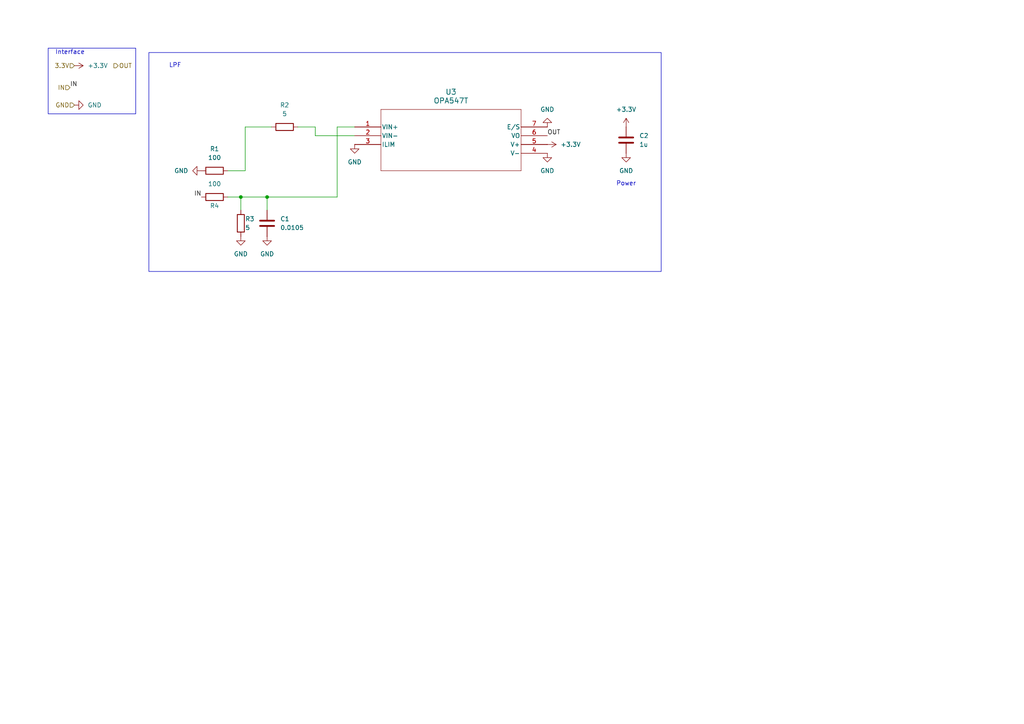
<source format=kicad_sch>
(kicad_sch
	(version 20250114)
	(generator "eeschema")
	(generator_version "9.0")
	(uuid "52466637-41a9-4456-8b22-2cd63a94f00d")
	(paper "A4")
	(title_block
		(title "Lecture_Tutorial")
		(date "2025-02-20")
		(rev "R0")
		(company "AbdullahZafar")
	)
	(lib_symbols
		(symbol "2025-02-25_02-40-25:OPA547T"
			(pin_names
				(offset 0.254)
			)
			(exclude_from_sim no)
			(in_bom yes)
			(on_board yes)
			(property "Reference" "U"
				(at 27.94 10.16 0)
				(effects
					(font
						(size 1.524 1.524)
					)
				)
			)
			(property "Value" "OPA547T"
				(at 27.94 7.62 0)
				(effects
					(font
						(size 1.524 1.524)
					)
				)
			)
			(property "Footprint" "KVT7"
				(at 0 0 0)
				(effects
					(font
						(size 1.27 1.27)
						(italic yes)
					)
					(hide yes)
				)
			)
			(property "Datasheet" "OPA547T"
				(at 0 0 0)
				(effects
					(font
						(size 1.27 1.27)
						(italic yes)
					)
					(hide yes)
				)
			)
			(property "Description" ""
				(at 0 0 0)
				(effects
					(font
						(size 1.27 1.27)
					)
					(hide yes)
				)
			)
			(property "ki_locked" ""
				(at 0 0 0)
				(effects
					(font
						(size 1.27 1.27)
					)
				)
			)
			(property "ki_keywords" "OPA547T"
				(at 0 0 0)
				(effects
					(font
						(size 1.27 1.27)
					)
					(hide yes)
				)
			)
			(property "ki_fp_filters" "KVT7"
				(at 0 0 0)
				(effects
					(font
						(size 1.27 1.27)
					)
					(hide yes)
				)
			)
			(symbol "OPA547T_0_1"
				(polyline
					(pts
						(xy 7.62 5.08) (xy 7.62 -12.7)
					)
					(stroke
						(width 0.127)
						(type default)
					)
					(fill
						(type none)
					)
				)
				(polyline
					(pts
						(xy 7.62 -12.7) (xy 48.26 -12.7)
					)
					(stroke
						(width 0.127)
						(type default)
					)
					(fill
						(type none)
					)
				)
				(polyline
					(pts
						(xy 48.26 5.08) (xy 7.62 5.08)
					)
					(stroke
						(width 0.127)
						(type default)
					)
					(fill
						(type none)
					)
				)
				(polyline
					(pts
						(xy 48.26 -12.7) (xy 48.26 5.08)
					)
					(stroke
						(width 0.127)
						(type default)
					)
					(fill
						(type none)
					)
				)
				(pin input line
					(at 0 0 0)
					(length 7.62)
					(name "VIN+"
						(effects
							(font
								(size 1.27 1.27)
							)
						)
					)
					(number "1"
						(effects
							(font
								(size 1.27 1.27)
							)
						)
					)
				)
				(pin input line
					(at 0 -2.54 0)
					(length 7.62)
					(name "VIN-"
						(effects
							(font
								(size 1.27 1.27)
							)
						)
					)
					(number "2"
						(effects
							(font
								(size 1.27 1.27)
							)
						)
					)
				)
				(pin unspecified line
					(at 0 -5.08 0)
					(length 7.62)
					(name "ILIM"
						(effects
							(font
								(size 1.27 1.27)
							)
						)
					)
					(number "3"
						(effects
							(font
								(size 1.27 1.27)
							)
						)
					)
				)
				(pin unspecified line
					(at 55.88 0 180)
					(length 7.62)
					(name "E/S"
						(effects
							(font
								(size 1.27 1.27)
							)
						)
					)
					(number "7"
						(effects
							(font
								(size 1.27 1.27)
							)
						)
					)
				)
				(pin output line
					(at 55.88 -2.54 180)
					(length 7.62)
					(name "VO"
						(effects
							(font
								(size 1.27 1.27)
							)
						)
					)
					(number "6"
						(effects
							(font
								(size 1.27 1.27)
							)
						)
					)
				)
				(pin power_in line
					(at 55.88 -5.08 180)
					(length 7.62)
					(name "V+"
						(effects
							(font
								(size 1.27 1.27)
							)
						)
					)
					(number "5"
						(effects
							(font
								(size 1.27 1.27)
							)
						)
					)
				)
				(pin power_in line
					(at 55.88 -7.62 180)
					(length 7.62)
					(name "V-"
						(effects
							(font
								(size 1.27 1.27)
							)
						)
					)
					(number "4"
						(effects
							(font
								(size 1.27 1.27)
							)
						)
					)
				)
			)
			(embedded_fonts no)
		)
		(symbol "Device:C"
			(pin_numbers
				(hide yes)
			)
			(pin_names
				(offset 0.254)
			)
			(exclude_from_sim no)
			(in_bom yes)
			(on_board yes)
			(property "Reference" "C"
				(at 0.635 2.54 0)
				(effects
					(font
						(size 1.27 1.27)
					)
					(justify left)
				)
			)
			(property "Value" "C"
				(at 0.635 -2.54 0)
				(effects
					(font
						(size 1.27 1.27)
					)
					(justify left)
				)
			)
			(property "Footprint" ""
				(at 0.9652 -3.81 0)
				(effects
					(font
						(size 1.27 1.27)
					)
					(hide yes)
				)
			)
			(property "Datasheet" "~"
				(at 0 0 0)
				(effects
					(font
						(size 1.27 1.27)
					)
					(hide yes)
				)
			)
			(property "Description" "Unpolarized capacitor"
				(at 0 0 0)
				(effects
					(font
						(size 1.27 1.27)
					)
					(hide yes)
				)
			)
			(property "ki_keywords" "cap capacitor"
				(at 0 0 0)
				(effects
					(font
						(size 1.27 1.27)
					)
					(hide yes)
				)
			)
			(property "ki_fp_filters" "C_*"
				(at 0 0 0)
				(effects
					(font
						(size 1.27 1.27)
					)
					(hide yes)
				)
			)
			(symbol "C_0_1"
				(polyline
					(pts
						(xy -2.032 0.762) (xy 2.032 0.762)
					)
					(stroke
						(width 0.508)
						(type default)
					)
					(fill
						(type none)
					)
				)
				(polyline
					(pts
						(xy -2.032 -0.762) (xy 2.032 -0.762)
					)
					(stroke
						(width 0.508)
						(type default)
					)
					(fill
						(type none)
					)
				)
			)
			(symbol "C_1_1"
				(pin passive line
					(at 0 3.81 270)
					(length 2.794)
					(name "~"
						(effects
							(font
								(size 1.27 1.27)
							)
						)
					)
					(number "1"
						(effects
							(font
								(size 1.27 1.27)
							)
						)
					)
				)
				(pin passive line
					(at 0 -3.81 90)
					(length 2.794)
					(name "~"
						(effects
							(font
								(size 1.27 1.27)
							)
						)
					)
					(number "2"
						(effects
							(font
								(size 1.27 1.27)
							)
						)
					)
				)
			)
			(embedded_fonts no)
		)
		(symbol "Device:R"
			(pin_numbers
				(hide yes)
			)
			(pin_names
				(offset 0)
			)
			(exclude_from_sim no)
			(in_bom yes)
			(on_board yes)
			(property "Reference" "R"
				(at 2.032 0 90)
				(effects
					(font
						(size 1.27 1.27)
					)
				)
			)
			(property "Value" "R"
				(at 0 0 90)
				(effects
					(font
						(size 1.27 1.27)
					)
				)
			)
			(property "Footprint" ""
				(at -1.778 0 90)
				(effects
					(font
						(size 1.27 1.27)
					)
					(hide yes)
				)
			)
			(property "Datasheet" "~"
				(at 0 0 0)
				(effects
					(font
						(size 1.27 1.27)
					)
					(hide yes)
				)
			)
			(property "Description" "Resistor"
				(at 0 0 0)
				(effects
					(font
						(size 1.27 1.27)
					)
					(hide yes)
				)
			)
			(property "ki_keywords" "R res resistor"
				(at 0 0 0)
				(effects
					(font
						(size 1.27 1.27)
					)
					(hide yes)
				)
			)
			(property "ki_fp_filters" "R_*"
				(at 0 0 0)
				(effects
					(font
						(size 1.27 1.27)
					)
					(hide yes)
				)
			)
			(symbol "R_0_1"
				(rectangle
					(start -1.016 -2.54)
					(end 1.016 2.54)
					(stroke
						(width 0.254)
						(type default)
					)
					(fill
						(type none)
					)
				)
			)
			(symbol "R_1_1"
				(pin passive line
					(at 0 3.81 270)
					(length 1.27)
					(name "~"
						(effects
							(font
								(size 1.27 1.27)
							)
						)
					)
					(number "1"
						(effects
							(font
								(size 1.27 1.27)
							)
						)
					)
				)
				(pin passive line
					(at 0 -3.81 90)
					(length 1.27)
					(name "~"
						(effects
							(font
								(size 1.27 1.27)
							)
						)
					)
					(number "2"
						(effects
							(font
								(size 1.27 1.27)
							)
						)
					)
				)
			)
			(embedded_fonts no)
		)
		(symbol "power:+3.3V"
			(power)
			(pin_numbers
				(hide yes)
			)
			(pin_names
				(offset 0)
				(hide yes)
			)
			(exclude_from_sim no)
			(in_bom yes)
			(on_board yes)
			(property "Reference" "#PWR"
				(at 0 -3.81 0)
				(effects
					(font
						(size 1.27 1.27)
					)
					(hide yes)
				)
			)
			(property "Value" "+3.3V"
				(at 0 3.556 0)
				(effects
					(font
						(size 1.27 1.27)
					)
				)
			)
			(property "Footprint" ""
				(at 0 0 0)
				(effects
					(font
						(size 1.27 1.27)
					)
					(hide yes)
				)
			)
			(property "Datasheet" ""
				(at 0 0 0)
				(effects
					(font
						(size 1.27 1.27)
					)
					(hide yes)
				)
			)
			(property "Description" "Power symbol creates a global label with name \"+3.3V\""
				(at 0 0 0)
				(effects
					(font
						(size 1.27 1.27)
					)
					(hide yes)
				)
			)
			(property "ki_keywords" "global power"
				(at 0 0 0)
				(effects
					(font
						(size 1.27 1.27)
					)
					(hide yes)
				)
			)
			(symbol "+3.3V_0_1"
				(polyline
					(pts
						(xy -0.762 1.27) (xy 0 2.54)
					)
					(stroke
						(width 0)
						(type default)
					)
					(fill
						(type none)
					)
				)
				(polyline
					(pts
						(xy 0 2.54) (xy 0.762 1.27)
					)
					(stroke
						(width 0)
						(type default)
					)
					(fill
						(type none)
					)
				)
				(polyline
					(pts
						(xy 0 0) (xy 0 2.54)
					)
					(stroke
						(width 0)
						(type default)
					)
					(fill
						(type none)
					)
				)
			)
			(symbol "+3.3V_1_1"
				(pin power_in line
					(at 0 0 90)
					(length 0)
					(name "~"
						(effects
							(font
								(size 1.27 1.27)
							)
						)
					)
					(number "1"
						(effects
							(font
								(size 1.27 1.27)
							)
						)
					)
				)
			)
			(embedded_fonts no)
		)
		(symbol "power:GND"
			(power)
			(pin_numbers
				(hide yes)
			)
			(pin_names
				(offset 0)
				(hide yes)
			)
			(exclude_from_sim no)
			(in_bom yes)
			(on_board yes)
			(property "Reference" "#PWR"
				(at 0 -6.35 0)
				(effects
					(font
						(size 1.27 1.27)
					)
					(hide yes)
				)
			)
			(property "Value" "GND"
				(at 0 -3.81 0)
				(effects
					(font
						(size 1.27 1.27)
					)
				)
			)
			(property "Footprint" ""
				(at 0 0 0)
				(effects
					(font
						(size 1.27 1.27)
					)
					(hide yes)
				)
			)
			(property "Datasheet" ""
				(at 0 0 0)
				(effects
					(font
						(size 1.27 1.27)
					)
					(hide yes)
				)
			)
			(property "Description" "Power symbol creates a global label with name \"GND\" , ground"
				(at 0 0 0)
				(effects
					(font
						(size 1.27 1.27)
					)
					(hide yes)
				)
			)
			(property "ki_keywords" "global power"
				(at 0 0 0)
				(effects
					(font
						(size 1.27 1.27)
					)
					(hide yes)
				)
			)
			(symbol "GND_0_1"
				(polyline
					(pts
						(xy 0 0) (xy 0 -1.27) (xy 1.27 -1.27) (xy 0 -2.54) (xy -1.27 -1.27) (xy 0 -1.27)
					)
					(stroke
						(width 0)
						(type default)
					)
					(fill
						(type none)
					)
				)
			)
			(symbol "GND_1_1"
				(pin power_in line
					(at 0 0 270)
					(length 0)
					(name "~"
						(effects
							(font
								(size 1.27 1.27)
							)
						)
					)
					(number "1"
						(effects
							(font
								(size 1.27 1.27)
							)
						)
					)
				)
			)
			(embedded_fonts no)
		)
	)
	(rectangle
		(start 13.97 13.97)
		(end 39.37 33.02)
		(stroke
			(width 0)
			(type default)
		)
		(fill
			(type none)
		)
		(uuid f8edf466-84c7-4376-9b07-4eab402ed76c)
	)
	(rectangle
		(start 43.18 15.24)
		(end 191.77 78.74)
		(stroke
			(width 0)
			(type default)
		)
		(fill
			(type none)
		)
		(uuid fe1a74b5-d6d1-4bd7-89b1-c6cd50b7b17f)
	)
	(text "Interface\n"
		(exclude_from_sim no)
		(at 20.32 15.24 0)
		(effects
			(font
				(size 1.27 1.27)
			)
		)
		(uuid "3cfb8610-cf46-4c5c-aa38-d578fee23b1b")
	)
	(text "Power\n"
		(exclude_from_sim no)
		(at 181.61 53.34 0)
		(effects
			(font
				(size 1.27 1.27)
			)
		)
		(uuid "6e3ef2a2-e9b8-4228-bad9-9d58c8a0c83c")
	)
	(text "LPF\n"
		(exclude_from_sim no)
		(at 50.8 19.05 0)
		(effects
			(font
				(size 1.27 1.27)
			)
		)
		(uuid "7342af48-ddff-42bc-a9d7-3573538cc134")
	)
	(junction
		(at 77.47 57.15)
		(diameter 0)
		(color 0 0 0 0)
		(uuid "411d4fba-d8d7-4c7a-b1f2-374b92bcb00d")
	)
	(junction
		(at 69.85 57.15)
		(diameter 0)
		(color 0 0 0 0)
		(uuid "e5fc8170-371f-4b1e-ad4b-9e9397bb1305")
	)
	(wire
		(pts
			(xy 77.47 57.15) (xy 77.47 60.96)
		)
		(stroke
			(width 0)
			(type default)
		)
		(uuid "2ee35990-4377-4d5a-a06a-4a7300cf0eae")
	)
	(wire
		(pts
			(xy 69.85 57.15) (xy 77.47 57.15)
		)
		(stroke
			(width 0)
			(type default)
		)
		(uuid "37d2e9bd-3e3f-4ce6-8279-4f2b5c75b396")
	)
	(wire
		(pts
			(xy 77.47 57.15) (xy 97.79 57.15)
		)
		(stroke
			(width 0)
			(type default)
		)
		(uuid "4154e578-a0af-4de3-a762-a20c4804a697")
	)
	(wire
		(pts
			(xy 97.79 57.15) (xy 97.79 36.83)
		)
		(stroke
			(width 0)
			(type default)
		)
		(uuid "48cfdcf9-9b94-4143-acfb-1bfffe3277de")
	)
	(wire
		(pts
			(xy 91.44 39.37) (xy 102.87 39.37)
		)
		(stroke
			(width 0)
			(type default)
		)
		(uuid "50f09a40-74a6-4d5c-9d14-b53cef90e070")
	)
	(wire
		(pts
			(xy 71.12 36.83) (xy 71.12 49.53)
		)
		(stroke
			(width 0)
			(type default)
		)
		(uuid "66c76c37-cd73-4011-ab6f-fd8673898ee1")
	)
	(wire
		(pts
			(xy 66.04 49.53) (xy 71.12 49.53)
		)
		(stroke
			(width 0)
			(type default)
		)
		(uuid "6fa29d65-289b-4e5a-b7c8-25d974b654f2")
	)
	(wire
		(pts
			(xy 69.85 57.15) (xy 69.85 60.96)
		)
		(stroke
			(width 0)
			(type default)
		)
		(uuid "7f4484c5-d9e3-430c-82c7-a55b8b5fec20")
	)
	(wire
		(pts
			(xy 66.04 57.15) (xy 69.85 57.15)
		)
		(stroke
			(width 0)
			(type default)
		)
		(uuid "9b18d5b5-cff1-4458-98f3-d68daf5d2b47")
	)
	(wire
		(pts
			(xy 97.79 36.83) (xy 102.87 36.83)
		)
		(stroke
			(width 0)
			(type default)
		)
		(uuid "9f1701ab-a77b-44f2-afbc-95b1c899e091")
	)
	(wire
		(pts
			(xy 71.12 36.83) (xy 78.74 36.83)
		)
		(stroke
			(width 0)
			(type default)
		)
		(uuid "bb139329-9522-4b2b-ae36-47e98b178cbf")
	)
	(wire
		(pts
			(xy 91.44 36.83) (xy 91.44 39.37)
		)
		(stroke
			(width 0)
			(type default)
		)
		(uuid "e60efe13-5a38-42ed-b49b-5cbdae1deccd")
	)
	(wire
		(pts
			(xy 86.36 36.83) (xy 91.44 36.83)
		)
		(stroke
			(width 0)
			(type default)
		)
		(uuid "fce034b2-6ebd-4e0e-8221-01b915adbca1")
	)
	(label "OUT"
		(at 158.75 39.37 0)
		(effects
			(font
				(size 1.27 1.27)
			)
			(justify left bottom)
		)
		(uuid "00e8b508-a99d-4473-b966-c95033b3705f")
	)
	(label "IN"
		(at 58.42 57.15 180)
		(effects
			(font
				(size 1.27 1.27)
			)
			(justify right bottom)
		)
		(uuid "637bc1e2-cc7b-43a1-bb4c-d47e7726f678")
	)
	(label "IN"
		(at 20.32 25.4 0)
		(effects
			(font
				(size 1.27 1.27)
			)
			(justify left bottom)
		)
		(uuid "ba1c2b14-a528-47bd-84c9-95813205dd31")
	)
	(hierarchical_label "OUT"
		(shape output)
		(at 33.02 19.05 0)
		(effects
			(font
				(size 1.27 1.27)
			)
			(justify left)
		)
		(uuid "5b1dbe11-ed02-4ea1-98c3-5538177e4f3d")
	)
	(hierarchical_label "3.3V"
		(shape input)
		(at 21.59 19.05 180)
		(effects
			(font
				(size 1.27 1.27)
			)
			(justify right)
		)
		(uuid "83ae1f46-3266-4d26-be80-b461e1c343bf")
	)
	(hierarchical_label "IN"
		(shape input)
		(at 20.32 25.4 180)
		(effects
			(font
				(size 1.27 1.27)
			)
			(justify right)
		)
		(uuid "9ea7cc57-befc-457e-8169-e489dc9cfa1e")
	)
	(hierarchical_label "GND"
		(shape input)
		(at 21.59 30.48 180)
		(effects
			(font
				(size 1.27 1.27)
			)
			(justify right)
		)
		(uuid "e919c952-1cc4-4eab-94bf-5b3fa26f5d4c")
	)
	(symbol
		(lib_id "Device:R")
		(at 69.85 64.77 180)
		(unit 1)
		(exclude_from_sim no)
		(in_bom yes)
		(on_board yes)
		(dnp no)
		(uuid "04fd30df-0f31-4a31-a790-16f99f552040")
		(property "Reference" "R3"
			(at 71.12 63.5 0)
			(effects
				(font
					(size 1.27 1.27)
				)
				(justify right)
			)
		)
		(property "Value" "5"
			(at 71.12 66.04 0)
			(effects
				(font
					(size 1.27 1.27)
				)
				(justify right)
			)
		)
		(property "Footprint" "Resistor_SMD:R_0805_2012Metric"
			(at 71.628 64.77 90)
			(effects
				(font
					(size 1.27 1.27)
				)
				(hide yes)
			)
		)
		(property "Datasheet" "~"
			(at 69.85 64.77 0)
			(effects
				(font
					(size 1.27 1.27)
				)
				(hide yes)
			)
		)
		(property "Description" "Resistor"
			(at 69.85 64.77 0)
			(effects
				(font
					(size 1.27 1.27)
				)
				(hide yes)
			)
		)
		(property "Part No." "RLT1220-F-5R00-FNH"
			(at 69.85 64.77 0)
			(effects
				(font
					(size 1.27 1.27)
				)
				(hide yes)
			)
		)
		(pin "1"
			(uuid "09c6fdb6-507e-4898-b2b0-234f92a43e0b")
		)
		(pin "2"
			(uuid "7e02cd68-7832-48cc-8c03-42fbe0a8fc29")
		)
		(instances
			(project "PCB_Tutorial_Lect"
				(path "/a5e6a684-17c9-434a-acf7-c925557987b4/51562364-ed3e-4e49-b2a3-5c47886e4d17"
					(reference "R3")
					(unit 1)
				)
			)
		)
	)
	(symbol
		(lib_id "power:GND")
		(at 58.42 49.53 270)
		(unit 1)
		(exclude_from_sim no)
		(in_bom yes)
		(on_board yes)
		(dnp no)
		(fields_autoplaced yes)
		(uuid "0a3bec41-7413-41f9-bfdb-1986c84090e7")
		(property "Reference" "#PWR016"
			(at 52.07 49.53 0)
			(effects
				(font
					(size 1.27 1.27)
				)
				(hide yes)
			)
		)
		(property "Value" "GND"
			(at 54.61 49.5299 90)
			(effects
				(font
					(size 1.27 1.27)
				)
				(justify right)
			)
		)
		(property "Footprint" ""
			(at 58.42 49.53 0)
			(effects
				(font
					(size 1.27 1.27)
				)
				(hide yes)
			)
		)
		(property "Datasheet" ""
			(at 58.42 49.53 0)
			(effects
				(font
					(size 1.27 1.27)
				)
				(hide yes)
			)
		)
		(property "Description" "Power symbol creates a global label with name \"GND\" , ground"
			(at 58.42 49.53 0)
			(effects
				(font
					(size 1.27 1.27)
				)
				(hide yes)
			)
		)
		(pin "1"
			(uuid "fe56abcf-908a-412b-a6b1-742cd81cfdbb")
		)
		(instances
			(project "PCB_Tutorial_Lect"
				(path "/a5e6a684-17c9-434a-acf7-c925557987b4/51562364-ed3e-4e49-b2a3-5c47886e4d17"
					(reference "#PWR016")
					(unit 1)
				)
			)
		)
	)
	(symbol
		(lib_id "Device:R")
		(at 62.23 49.53 90)
		(unit 1)
		(exclude_from_sim no)
		(in_bom yes)
		(on_board yes)
		(dnp no)
		(fields_autoplaced yes)
		(uuid "2f91011b-3cb4-4ff4-a755-1b9c60a95015")
		(property "Reference" "R1"
			(at 62.23 43.18 90)
			(effects
				(font
					(size 1.27 1.27)
				)
			)
		)
		(property "Value" "100"
			(at 62.23 45.72 90)
			(effects
				(font
					(size 1.27 1.27)
				)
			)
		)
		(property "Footprint" "Resistor_SMD:R_0805_2012Metric"
			(at 62.23 51.308 90)
			(effects
				(font
					(size 1.27 1.27)
				)
				(hide yes)
			)
		)
		(property "Datasheet" "~"
			(at 62.23 49.53 0)
			(effects
				(font
					(size 1.27 1.27)
				)
				(hide yes)
			)
		)
		(property "Description" "Resistor"
			(at 62.23 49.53 0)
			(effects
				(font
					(size 1.27 1.27)
				)
				(hide yes)
			)
		)
		(property "Part No." "RC0805FR-07100RL"
			(at 62.23 49.53 0)
			(effects
				(font
					(size 1.27 1.27)
				)
				(hide yes)
			)
		)
		(pin "1"
			(uuid "4dbfea9a-98a9-49d6-bb79-dd00eeb15336")
		)
		(pin "2"
			(uuid "6d2e7316-80fb-46d3-8704-b0a8d51c0aad")
		)
		(instances
			(project ""
				(path "/a5e6a684-17c9-434a-acf7-c925557987b4/51562364-ed3e-4e49-b2a3-5c47886e4d17"
					(reference "R1")
					(unit 1)
				)
			)
		)
	)
	(symbol
		(lib_id "Device:C")
		(at 77.47 64.77 0)
		(unit 1)
		(exclude_from_sim no)
		(in_bom yes)
		(on_board yes)
		(dnp no)
		(fields_autoplaced yes)
		(uuid "3aed082c-ec27-433e-9c50-2028176294d2")
		(property "Reference" "C1"
			(at 81.28 63.4999 0)
			(effects
				(font
					(size 1.27 1.27)
				)
				(justify left)
			)
		)
		(property "Value" "0.0105"
			(at 81.28 66.0399 0)
			(effects
				(font
					(size 1.27 1.27)
				)
				(justify left)
			)
		)
		(property "Footprint" "Capacitor_SMD:C_0805_2012Metric"
			(at 78.4352 68.58 0)
			(effects
				(font
					(size 1.27 1.27)
				)
				(hide yes)
			)
		)
		(property "Datasheet" "~"
			(at 77.47 64.77 0)
			(effects
				(font
					(size 1.27 1.27)
				)
				(hide yes)
			)
		)
		(property "Description" "Unpolarized capacitor"
			(at 77.47 64.77 0)
			(effects
				(font
					(size 1.27 1.27)
				)
				(hide yes)
			)
		)
		(property "Part No." "SLPX153M025A9P3"
			(at 77.47 64.77 0)
			(effects
				(font
					(size 1.27 1.27)
				)
				(hide yes)
			)
		)
		(pin "1"
			(uuid "3714c478-f4fd-4567-82f5-cd19dfbfd4bb")
		)
		(pin "2"
			(uuid "53ffe405-04c2-4368-b0a0-0bada0f37fb3")
		)
		(instances
			(project ""
				(path "/a5e6a684-17c9-434a-acf7-c925557987b4/51562364-ed3e-4e49-b2a3-5c47886e4d17"
					(reference "C1")
					(unit 1)
				)
			)
		)
	)
	(symbol
		(lib_id "Device:R")
		(at 62.23 57.15 90)
		(unit 1)
		(exclude_from_sim no)
		(in_bom yes)
		(on_board yes)
		(dnp no)
		(uuid "4146ab50-9f6f-47b7-ac03-9a71da02dbef")
		(property "Reference" "R4"
			(at 62.23 59.69 90)
			(effects
				(font
					(size 1.27 1.27)
				)
			)
		)
		(property "Value" "100"
			(at 62.23 53.34 90)
			(effects
				(font
					(size 1.27 1.27)
				)
			)
		)
		(property "Footprint" "Resistor_SMD:R_0805_2012Metric"
			(at 62.23 58.928 90)
			(effects
				(font
					(size 1.27 1.27)
				)
				(hide yes)
			)
		)
		(property "Datasheet" "~"
			(at 62.23 57.15 0)
			(effects
				(font
					(size 1.27 1.27)
				)
				(hide yes)
			)
		)
		(property "Description" "Resistor"
			(at 62.23 57.15 0)
			(effects
				(font
					(size 1.27 1.27)
				)
				(hide yes)
			)
		)
		(property "Part No." "RC0805FR-07100RL"
			(at 62.23 57.15 0)
			(effects
				(font
					(size 1.27 1.27)
				)
				(hide yes)
			)
		)
		(pin "1"
			(uuid "cd2145f3-40a6-4293-aad9-fb9cebc9de18")
		)
		(pin "2"
			(uuid "d91154ca-1c18-4cbb-bd5a-92977feaa46e")
		)
		(instances
			(project "PCB_Tutorial_Lect"
				(path "/a5e6a684-17c9-434a-acf7-c925557987b4/51562364-ed3e-4e49-b2a3-5c47886e4d17"
					(reference "R4")
					(unit 1)
				)
			)
		)
	)
	(symbol
		(lib_id "power:GND")
		(at 69.85 68.58 0)
		(unit 1)
		(exclude_from_sim no)
		(in_bom yes)
		(on_board yes)
		(dnp no)
		(fields_autoplaced yes)
		(uuid "419e2cb3-c22e-4931-84be-831d72dbfe2c")
		(property "Reference" "#PWR014"
			(at 69.85 74.93 0)
			(effects
				(font
					(size 1.27 1.27)
				)
				(hide yes)
			)
		)
		(property "Value" "GND"
			(at 69.85 73.66 0)
			(effects
				(font
					(size 1.27 1.27)
				)
			)
		)
		(property "Footprint" ""
			(at 69.85 68.58 0)
			(effects
				(font
					(size 1.27 1.27)
				)
				(hide yes)
			)
		)
		(property "Datasheet" ""
			(at 69.85 68.58 0)
			(effects
				(font
					(size 1.27 1.27)
				)
				(hide yes)
			)
		)
		(property "Description" "Power symbol creates a global label with name \"GND\" , ground"
			(at 69.85 68.58 0)
			(effects
				(font
					(size 1.27 1.27)
				)
				(hide yes)
			)
		)
		(pin "1"
			(uuid "478fbda9-7d04-460c-a49f-08395731b468")
		)
		(instances
			(project "PCB_Tutorial_Lect"
				(path "/a5e6a684-17c9-434a-acf7-c925557987b4/51562364-ed3e-4e49-b2a3-5c47886e4d17"
					(reference "#PWR014")
					(unit 1)
				)
			)
		)
	)
	(symbol
		(lib_id "power:GND")
		(at 21.59 30.48 90)
		(unit 1)
		(exclude_from_sim no)
		(in_bom yes)
		(on_board yes)
		(dnp no)
		(fields_autoplaced yes)
		(uuid "57c6654d-3769-4199-b4b7-0b6e952765e7")
		(property "Reference" "#PWR010"
			(at 27.94 30.48 0)
			(effects
				(font
					(size 1.27 1.27)
				)
				(hide yes)
			)
		)
		(property "Value" "GND"
			(at 25.4 30.4799 90)
			(effects
				(font
					(size 1.27 1.27)
				)
				(justify right)
			)
		)
		(property "Footprint" ""
			(at 21.59 30.48 0)
			(effects
				(font
					(size 1.27 1.27)
				)
				(hide yes)
			)
		)
		(property "Datasheet" ""
			(at 21.59 30.48 0)
			(effects
				(font
					(size 1.27 1.27)
				)
				(hide yes)
			)
		)
		(property "Description" "Power symbol creates a global label with name \"GND\" , ground"
			(at 21.59 30.48 0)
			(effects
				(font
					(size 1.27 1.27)
				)
				(hide yes)
			)
		)
		(pin "1"
			(uuid "cf3f9511-bbd6-485e-b252-ea0a7e429f0d")
		)
		(instances
			(project ""
				(path "/a5e6a684-17c9-434a-acf7-c925557987b4/51562364-ed3e-4e49-b2a3-5c47886e4d17"
					(reference "#PWR010")
					(unit 1)
				)
			)
		)
	)
	(symbol
		(lib_id "power:GND")
		(at 181.61 44.45 0)
		(unit 1)
		(exclude_from_sim no)
		(in_bom yes)
		(on_board yes)
		(dnp no)
		(fields_autoplaced yes)
		(uuid "68a34c24-2c37-4338-aec0-098f4dc350b7")
		(property "Reference" "#PWR017"
			(at 181.61 50.8 0)
			(effects
				(font
					(size 1.27 1.27)
				)
				(hide yes)
			)
		)
		(property "Value" "GND"
			(at 181.61 49.53 0)
			(effects
				(font
					(size 1.27 1.27)
				)
			)
		)
		(property "Footprint" ""
			(at 181.61 44.45 0)
			(effects
				(font
					(size 1.27 1.27)
				)
				(hide yes)
			)
		)
		(property "Datasheet" ""
			(at 181.61 44.45 0)
			(effects
				(font
					(size 1.27 1.27)
				)
				(hide yes)
			)
		)
		(property "Description" "Power symbol creates a global label with name \"GND\" , ground"
			(at 181.61 44.45 0)
			(effects
				(font
					(size 1.27 1.27)
				)
				(hide yes)
			)
		)
		(pin "1"
			(uuid "548f48c2-1812-433e-ba67-9f188269d7d5")
		)
		(instances
			(project "PCB_Tutorial_Lect"
				(path "/a5e6a684-17c9-434a-acf7-c925557987b4/51562364-ed3e-4e49-b2a3-5c47886e4d17"
					(reference "#PWR017")
					(unit 1)
				)
			)
		)
	)
	(symbol
		(lib_id "power:+3.3V")
		(at 21.59 19.05 270)
		(unit 1)
		(exclude_from_sim no)
		(in_bom yes)
		(on_board yes)
		(dnp no)
		(fields_autoplaced yes)
		(uuid "6d96d2dd-8b72-401b-ae57-42cfbc9de5d8")
		(property "Reference" "#PWR09"
			(at 17.78 19.05 0)
			(effects
				(font
					(size 1.27 1.27)
				)
				(hide yes)
			)
		)
		(property "Value" "+3.3V"
			(at 25.4 19.0499 90)
			(effects
				(font
					(size 1.27 1.27)
				)
				(justify left)
			)
		)
		(property "Footprint" ""
			(at 21.59 19.05 0)
			(effects
				(font
					(size 1.27 1.27)
				)
				(hide yes)
			)
		)
		(property "Datasheet" ""
			(at 21.59 19.05 0)
			(effects
				(font
					(size 1.27 1.27)
				)
				(hide yes)
			)
		)
		(property "Description" "Power symbol creates a global label with name \"+3.3V\""
			(at 21.59 19.05 0)
			(effects
				(font
					(size 1.27 1.27)
				)
				(hide yes)
			)
		)
		(pin "1"
			(uuid "ea7fb657-9029-411b-b175-a6d90bbbb6d8")
		)
		(instances
			(project ""
				(path "/a5e6a684-17c9-434a-acf7-c925557987b4/51562364-ed3e-4e49-b2a3-5c47886e4d17"
					(reference "#PWR09")
					(unit 1)
				)
			)
		)
	)
	(symbol
		(lib_id "power:GND")
		(at 77.47 68.58 0)
		(unit 1)
		(exclude_from_sim no)
		(in_bom yes)
		(on_board yes)
		(dnp no)
		(fields_autoplaced yes)
		(uuid "866cf865-5e3b-457a-bc68-18f7c95caa3b")
		(property "Reference" "#PWR015"
			(at 77.47 74.93 0)
			(effects
				(font
					(size 1.27 1.27)
				)
				(hide yes)
			)
		)
		(property "Value" "GND"
			(at 77.47 73.66 0)
			(effects
				(font
					(size 1.27 1.27)
				)
			)
		)
		(property "Footprint" ""
			(at 77.47 68.58 0)
			(effects
				(font
					(size 1.27 1.27)
				)
				(hide yes)
			)
		)
		(property "Datasheet" ""
			(at 77.47 68.58 0)
			(effects
				(font
					(size 1.27 1.27)
				)
				(hide yes)
			)
		)
		(property "Description" "Power symbol creates a global label with name \"GND\" , ground"
			(at 77.47 68.58 0)
			(effects
				(font
					(size 1.27 1.27)
				)
				(hide yes)
			)
		)
		(pin "1"
			(uuid "b4a1b29e-4b65-43e6-927d-24637b950da7")
		)
		(instances
			(project "PCB_Tutorial_Lect"
				(path "/a5e6a684-17c9-434a-acf7-c925557987b4/51562364-ed3e-4e49-b2a3-5c47886e4d17"
					(reference "#PWR015")
					(unit 1)
				)
			)
		)
	)
	(symbol
		(lib_id "Device:R")
		(at 82.55 36.83 90)
		(unit 1)
		(exclude_from_sim no)
		(in_bom yes)
		(on_board yes)
		(dnp no)
		(fields_autoplaced yes)
		(uuid "88043187-3871-4d69-87a9-5d3f90dd42ed")
		(property "Reference" "R2"
			(at 82.55 30.48 90)
			(effects
				(font
					(size 1.27 1.27)
				)
			)
		)
		(property "Value" "5"
			(at 82.55 33.02 90)
			(effects
				(font
					(size 1.27 1.27)
				)
			)
		)
		(property "Footprint" "Resistor_SMD:R_0805_2012Metric"
			(at 82.55 38.608 90)
			(effects
				(font
					(size 1.27 1.27)
				)
				(hide yes)
			)
		)
		(property "Datasheet" "~"
			(at 82.55 36.83 0)
			(effects
				(font
					(size 1.27 1.27)
				)
				(hide yes)
			)
		)
		(property "Description" "Resistor"
			(at 82.55 36.83 0)
			(effects
				(font
					(size 1.27 1.27)
				)
				(hide yes)
			)
		)
		(property "Part No." "RLT1220-F-5R00-FNH"
			(at 82.55 36.83 0)
			(effects
				(font
					(size 1.27 1.27)
				)
				(hide yes)
			)
		)
		(pin "1"
			(uuid "4d7f61a2-5c1d-4917-a893-1ed6d94f9b19")
		)
		(pin "2"
			(uuid "c214754f-2169-4378-b581-a3ad8e729f46")
		)
		(instances
			(project "PCB_Tutorial_Lect"
				(path "/a5e6a684-17c9-434a-acf7-c925557987b4/51562364-ed3e-4e49-b2a3-5c47886e4d17"
					(reference "R2")
					(unit 1)
				)
			)
		)
	)
	(symbol
		(lib_id "power:GND")
		(at 158.75 44.45 0)
		(unit 1)
		(exclude_from_sim no)
		(in_bom yes)
		(on_board yes)
		(dnp no)
		(fields_autoplaced yes)
		(uuid "8826d326-d38b-44db-b5c0-bf2ed5ec63ea")
		(property "Reference" "#PWR057"
			(at 158.75 50.8 0)
			(effects
				(font
					(size 1.27 1.27)
				)
				(hide yes)
			)
		)
		(property "Value" "GND"
			(at 158.75 49.53 0)
			(effects
				(font
					(size 1.27 1.27)
				)
			)
		)
		(property "Footprint" ""
			(at 158.75 44.45 0)
			(effects
				(font
					(size 1.27 1.27)
				)
				(hide yes)
			)
		)
		(property "Datasheet" ""
			(at 158.75 44.45 0)
			(effects
				(font
					(size 1.27 1.27)
				)
				(hide yes)
			)
		)
		(property "Description" "Power symbol creates a global label with name \"GND\" , ground"
			(at 158.75 44.45 0)
			(effects
				(font
					(size 1.27 1.27)
				)
				(hide yes)
			)
		)
		(pin "1"
			(uuid "fea85c94-f77d-45c1-bc37-607947f438f2")
		)
		(instances
			(project "PCB_Tutorial_Lect"
				(path "/a5e6a684-17c9-434a-acf7-c925557987b4/51562364-ed3e-4e49-b2a3-5c47886e4d17"
					(reference "#PWR057")
					(unit 1)
				)
			)
		)
	)
	(symbol
		(lib_id "Device:C")
		(at 181.61 40.64 0)
		(unit 1)
		(exclude_from_sim no)
		(in_bom yes)
		(on_board yes)
		(dnp no)
		(fields_autoplaced yes)
		(uuid "a2c94ca6-b38b-4b94-808c-926cfb34263f")
		(property "Reference" "C2"
			(at 185.42 39.3699 0)
			(effects
				(font
					(size 1.27 1.27)
				)
				(justify left)
			)
		)
		(property "Value" "1u"
			(at 185.42 41.9099 0)
			(effects
				(font
					(size 1.27 1.27)
				)
				(justify left)
			)
		)
		(property "Footprint" "Capacitor_SMD:C_0805_2012Metric"
			(at 182.5752 44.45 0)
			(effects
				(font
					(size 1.27 1.27)
				)
				(hide yes)
			)
		)
		(property "Datasheet" "Tantalum Decoupling Capacitor"
			(at 181.61 40.64 0)
			(effects
				(font
					(size 1.27 1.27)
				)
				(hide yes)
			)
		)
		(property "Description" "Unpolarized capacitor"
			(at 181.61 40.64 0)
			(effects
				(font
					(size 1.27 1.27)
				)
				(hide yes)
			)
		)
		(property "Part No." "TMCP1E105MTRF"
			(at 181.61 40.64 0)
			(effects
				(font
					(size 1.27 1.27)
				)
				(hide yes)
			)
		)
		(pin "1"
			(uuid "2af7f7da-f4ba-4043-8cd8-7ca2139dd9f2")
		)
		(pin "2"
			(uuid "8db34eb5-4d50-4cbc-bda7-3a4df236c221")
		)
		(instances
			(project ""
				(path "/a5e6a684-17c9-434a-acf7-c925557987b4/51562364-ed3e-4e49-b2a3-5c47886e4d17"
					(reference "C2")
					(unit 1)
				)
			)
		)
	)
	(symbol
		(lib_id "power:GND")
		(at 158.75 36.83 180)
		(unit 1)
		(exclude_from_sim no)
		(in_bom yes)
		(on_board yes)
		(dnp no)
		(fields_autoplaced yes)
		(uuid "aa192128-af0f-4d42-9cf9-435464e92060")
		(property "Reference" "#PWR058"
			(at 158.75 30.48 0)
			(effects
				(font
					(size 1.27 1.27)
				)
				(hide yes)
			)
		)
		(property "Value" "GND"
			(at 158.75 31.75 0)
			(effects
				(font
					(size 1.27 1.27)
				)
			)
		)
		(property "Footprint" ""
			(at 158.75 36.83 0)
			(effects
				(font
					(size 1.27 1.27)
				)
				(hide yes)
			)
		)
		(property "Datasheet" ""
			(at 158.75 36.83 0)
			(effects
				(font
					(size 1.27 1.27)
				)
				(hide yes)
			)
		)
		(property "Description" "Power symbol creates a global label with name \"GND\" , ground"
			(at 158.75 36.83 0)
			(effects
				(font
					(size 1.27 1.27)
				)
				(hide yes)
			)
		)
		(pin "1"
			(uuid "5fac3a8e-ec8f-4f98-8331-26896e1f08e5")
		)
		(instances
			(project "PCB_Tutorial_Lect"
				(path "/a5e6a684-17c9-434a-acf7-c925557987b4/51562364-ed3e-4e49-b2a3-5c47886e4d17"
					(reference "#PWR058")
					(unit 1)
				)
			)
		)
	)
	(symbol
		(lib_id "power:+3.3V")
		(at 181.61 36.83 0)
		(unit 1)
		(exclude_from_sim no)
		(in_bom yes)
		(on_board yes)
		(dnp no)
		(fields_autoplaced yes)
		(uuid "af33f767-1971-4dc2-ab28-88ad74c89fa7")
		(property "Reference" "#PWR013"
			(at 181.61 40.64 0)
			(effects
				(font
					(size 1.27 1.27)
				)
				(hide yes)
			)
		)
		(property "Value" "+3.3V"
			(at 181.61 31.75 0)
			(effects
				(font
					(size 1.27 1.27)
				)
			)
		)
		(property "Footprint" ""
			(at 181.61 36.83 0)
			(effects
				(font
					(size 1.27 1.27)
				)
				(hide yes)
			)
		)
		(property "Datasheet" ""
			(at 181.61 36.83 0)
			(effects
				(font
					(size 1.27 1.27)
				)
				(hide yes)
			)
		)
		(property "Description" "Power symbol creates a global label with name \"+3.3V\""
			(at 181.61 36.83 0)
			(effects
				(font
					(size 1.27 1.27)
				)
				(hide yes)
			)
		)
		(pin "1"
			(uuid "4affc18e-4e96-4eab-a5c4-c7e25ecb8a60")
		)
		(instances
			(project "PCB_Tutorial_Lect"
				(path "/a5e6a684-17c9-434a-acf7-c925557987b4/51562364-ed3e-4e49-b2a3-5c47886e4d17"
					(reference "#PWR013")
					(unit 1)
				)
			)
		)
	)
	(symbol
		(lib_id "2025-02-25_02-40-25:OPA547T")
		(at 102.87 36.83 0)
		(unit 1)
		(exclude_from_sim no)
		(in_bom yes)
		(on_board yes)
		(dnp no)
		(fields_autoplaced yes)
		(uuid "af541932-5e9f-4415-95c5-38aab8dc0816")
		(property "Reference" "U3"
			(at 130.81 26.67 0)
			(effects
				(font
					(size 1.524 1.524)
				)
			)
		)
		(property "Value" "OPA547T"
			(at 130.81 29.21 0)
			(effects
				(font
					(size 1.524 1.524)
				)
			)
		)
		(property "Footprint" "OPA547Tfootprints:KVT7"
			(at 102.87 36.83 0)
			(effects
				(font
					(size 1.27 1.27)
					(italic yes)
				)
				(hide yes)
			)
		)
		(property "Datasheet" "OPA547T"
			(at 102.87 36.83 0)
			(effects
				(font
					(size 1.27 1.27)
					(italic yes)
				)
				(hide yes)
			)
		)
		(property "Description" ""
			(at 102.87 36.83 0)
			(effects
				(font
					(size 1.27 1.27)
				)
				(hide yes)
			)
		)
		(property "Part No." "OPA547T"
			(at 102.87 36.83 0)
			(effects
				(font
					(size 1.27 1.27)
				)
				(hide yes)
			)
		)
		(pin "1"
			(uuid "8b59f4e9-6e13-46e5-99b9-b1102fa9743e")
		)
		(pin "2"
			(uuid "c22be3dc-03ae-4557-9341-c332b5eae39e")
		)
		(pin "3"
			(uuid "595cb282-a9f1-489c-84ef-a1b69a6fa710")
		)
		(pin "7"
			(uuid "43d69c02-a7d7-4db3-9362-0339863ce1f3")
		)
		(pin "6"
			(uuid "0f63938a-33e7-42ec-ace4-2557b61677b5")
		)
		(pin "4"
			(uuid "c111b6b7-22ed-49df-a4c5-4fc598496cac")
		)
		(pin "5"
			(uuid "4c743e1d-6cca-476e-89a3-c3efa08a496a")
		)
		(instances
			(project ""
				(path "/a5e6a684-17c9-434a-acf7-c925557987b4/51562364-ed3e-4e49-b2a3-5c47886e4d17"
					(reference "U3")
					(unit 1)
				)
			)
		)
	)
	(symbol
		(lib_id "power:+3.3V")
		(at 158.75 41.91 270)
		(unit 1)
		(exclude_from_sim no)
		(in_bom yes)
		(on_board yes)
		(dnp no)
		(fields_autoplaced yes)
		(uuid "d939df3b-06a5-43f9-a892-578d53ef5313")
		(property "Reference" "#PWR059"
			(at 154.94 41.91 0)
			(effects
				(font
					(size 1.27 1.27)
				)
				(hide yes)
			)
		)
		(property "Value" "+3.3V"
			(at 162.56 41.9099 90)
			(effects
				(font
					(size 1.27 1.27)
				)
				(justify left)
			)
		)
		(property "Footprint" ""
			(at 158.75 41.91 0)
			(effects
				(font
					(size 1.27 1.27)
				)
				(hide yes)
			)
		)
		(property "Datasheet" ""
			(at 158.75 41.91 0)
			(effects
				(font
					(size 1.27 1.27)
				)
				(hide yes)
			)
		)
		(property "Description" "Power symbol creates a global label with name \"+3.3V\""
			(at 158.75 41.91 0)
			(effects
				(font
					(size 1.27 1.27)
				)
				(hide yes)
			)
		)
		(pin "1"
			(uuid "95652030-3837-4d96-bcdf-a49f94643b90")
		)
		(instances
			(project "PCB_Tutorial_Lect"
				(path "/a5e6a684-17c9-434a-acf7-c925557987b4/51562364-ed3e-4e49-b2a3-5c47886e4d17"
					(reference "#PWR059")
					(unit 1)
				)
			)
		)
	)
	(symbol
		(lib_id "power:GND")
		(at 102.87 41.91 0)
		(unit 1)
		(exclude_from_sim no)
		(in_bom yes)
		(on_board yes)
		(dnp no)
		(fields_autoplaced yes)
		(uuid "ee10d154-e3d8-4540-8201-3ccc4e883c70")
		(property "Reference" "#PWR046"
			(at 102.87 48.26 0)
			(effects
				(font
					(size 1.27 1.27)
				)
				(hide yes)
			)
		)
		(property "Value" "GND"
			(at 102.87 46.99 0)
			(effects
				(font
					(size 1.27 1.27)
				)
			)
		)
		(property "Footprint" ""
			(at 102.87 41.91 0)
			(effects
				(font
					(size 1.27 1.27)
				)
				(hide yes)
			)
		)
		(property "Datasheet" ""
			(at 102.87 41.91 0)
			(effects
				(font
					(size 1.27 1.27)
				)
				(hide yes)
			)
		)
		(property "Description" "Power symbol creates a global label with name \"GND\" , ground"
			(at 102.87 41.91 0)
			(effects
				(font
					(size 1.27 1.27)
				)
				(hide yes)
			)
		)
		(pin "1"
			(uuid "5dfe526a-7e07-4f19-ac52-f3b7e3e51df0")
		)
		(instances
			(project "PCB_Tutorial_Lect"
				(path "/a5e6a684-17c9-434a-acf7-c925557987b4/51562364-ed3e-4e49-b2a3-5c47886e4d17"
					(reference "#PWR046")
					(unit 1)
				)
			)
		)
	)
)

</source>
